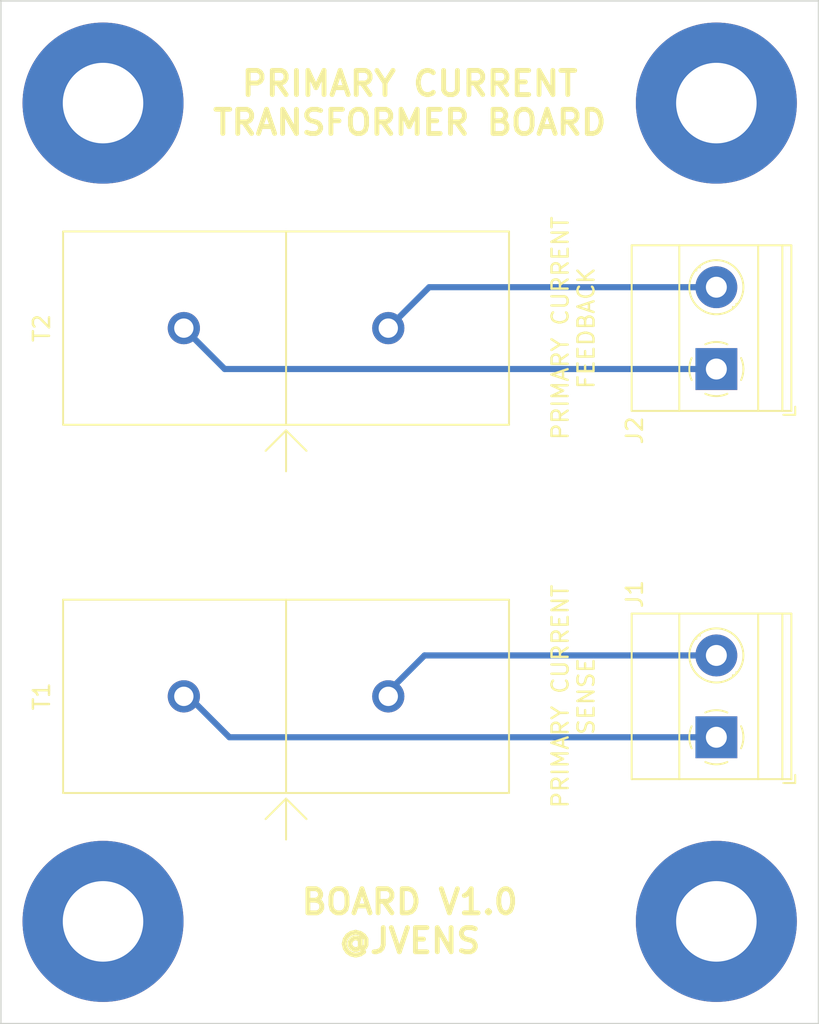
<source format=kicad_pcb>
(kicad_pcb (version 20171130) (host pcbnew "(5.1.4)-1")

  (general
    (thickness 1.6)
    (drawings 10)
    (tracks 8)
    (zones 0)
    (modules 8)
    (nets 5)
  )

  (page A4)
  (layers
    (0 F.Cu signal)
    (31 B.Cu signal)
    (32 B.Adhes user)
    (33 F.Adhes user)
    (34 B.Paste user)
    (35 F.Paste user)
    (36 B.SilkS user)
    (37 F.SilkS user)
    (38 B.Mask user)
    (39 F.Mask user)
    (40 Dwgs.User user)
    (41 Cmts.User user)
    (42 Eco1.User user)
    (43 Eco2.User user)
    (44 Edge.Cuts user)
    (45 Margin user)
    (46 B.CrtYd user)
    (47 F.CrtYd user)
    (48 B.Fab user hide)
    (49 F.Fab user hide)
  )

  (setup
    (last_trace_width 0.381)
    (trace_clearance 0.381)
    (zone_clearance 0.508)
    (zone_45_only no)
    (trace_min 0.2)
    (via_size 0.8)
    (via_drill 0.4)
    (via_min_size 0.4)
    (via_min_drill 0.3)
    (uvia_size 0.3)
    (uvia_drill 0.1)
    (uvias_allowed no)
    (uvia_min_size 0.2)
    (uvia_min_drill 0.1)
    (edge_width 0.05)
    (segment_width 0.2)
    (pcb_text_width 0.3)
    (pcb_text_size 1.5 1.5)
    (mod_edge_width 0.12)
    (mod_text_size 1 1)
    (mod_text_width 0.15)
    (pad_size 1.524 1.524)
    (pad_drill 0.762)
    (pad_to_mask_clearance 0.051)
    (solder_mask_min_width 0.25)
    (aux_axis_origin 0 0)
    (visible_elements FFFFFF7F)
    (pcbplotparams
      (layerselection 0x010fc_ffffffff)
      (usegerberextensions false)
      (usegerberattributes false)
      (usegerberadvancedattributes false)
      (creategerberjobfile false)
      (excludeedgelayer true)
      (linewidth 0.100000)
      (plotframeref false)
      (viasonmask false)
      (mode 1)
      (useauxorigin false)
      (hpglpennumber 1)
      (hpglpenspeed 20)
      (hpglpendiameter 15.000000)
      (psnegative false)
      (psa4output false)
      (plotreference true)
      (plotvalue true)
      (plotinvisibletext false)
      (padsonsilk false)
      (subtractmaskfromsilk false)
      (outputformat 1)
      (mirror false)
      (drillshape 1)
      (scaleselection 1)
      (outputdirectory ""))
  )

  (net 0 "")
  (net 1 "Net-(J1-Pad1)")
  (net 2 "Net-(J1-Pad2)")
  (net 3 "Net-(J2-Pad2)")
  (net 4 "Net-(J2-Pad1)")

  (net_class Default "This is the default net class."
    (clearance 0.381)
    (trace_width 0.381)
    (via_dia 0.8)
    (via_drill 0.4)
    (uvia_dia 0.3)
    (uvia_drill 0.1)
    (add_net "Net-(J1-Pad1)")
    (add_net "Net-(J1-Pad2)")
    (add_net "Net-(J2-Pad1)")
    (add_net "Net-(J2-Pad2)")
  )

  (module TerminalBlock_Phoenix:TerminalBlock_Phoenix_MKDS-1,5-2-5.08_1x02_P5.08mm_Horizontal (layer F.Cu) (tedit 5B294EBC) (tstamp 5D6389D3)
    (at 165.1 100.33 90)
    (descr "Terminal Block Phoenix MKDS-1,5-2-5.08, 2 pins, pitch 5.08mm, size 10.2x9.8mm^2, drill diamater 1.3mm, pad diameter 2.6mm, see http://www.farnell.com/datasheets/100425.pdf, script-generated using https://github.com/pointhi/kicad-footprint-generator/scripts/TerminalBlock_Phoenix")
    (tags "THT Terminal Block Phoenix MKDS-1,5-2-5.08 pitch 5.08mm size 10.2x9.8mm^2 drill 1.3mm pad 2.6mm")
    (path /5D6594C1)
    (fp_text reference J1 (at 8.89 -5.08 90) (layer F.SilkS)
      (effects (font (size 1 1) (thickness 0.15)))
    )
    (fp_text value Screw_Terminal_01x02 (at 2.54 5.66 90) (layer F.Fab)
      (effects (font (size 1 1) (thickness 0.15)))
    )
    (fp_arc (start 0 0) (end 0 1.68) (angle -24) (layer F.SilkS) (width 0.12))
    (fp_arc (start 0 0) (end 1.535 0.684) (angle -48) (layer F.SilkS) (width 0.12))
    (fp_arc (start 0 0) (end 0.684 -1.535) (angle -48) (layer F.SilkS) (width 0.12))
    (fp_arc (start 0 0) (end -1.535 -0.684) (angle -48) (layer F.SilkS) (width 0.12))
    (fp_arc (start 0 0) (end -0.684 1.535) (angle -25) (layer F.SilkS) (width 0.12))
    (fp_circle (center 0 0) (end 1.5 0) (layer F.Fab) (width 0.1))
    (fp_circle (center 5.08 0) (end 6.58 0) (layer F.Fab) (width 0.1))
    (fp_circle (center 5.08 0) (end 6.76 0) (layer F.SilkS) (width 0.12))
    (fp_line (start -2.54 -5.2) (end 7.62 -5.2) (layer F.Fab) (width 0.1))
    (fp_line (start 7.62 -5.2) (end 7.62 4.6) (layer F.Fab) (width 0.1))
    (fp_line (start 7.62 4.6) (end -2.04 4.6) (layer F.Fab) (width 0.1))
    (fp_line (start -2.04 4.6) (end -2.54 4.1) (layer F.Fab) (width 0.1))
    (fp_line (start -2.54 4.1) (end -2.54 -5.2) (layer F.Fab) (width 0.1))
    (fp_line (start -2.54 4.1) (end 7.62 4.1) (layer F.Fab) (width 0.1))
    (fp_line (start -2.6 4.1) (end 7.68 4.1) (layer F.SilkS) (width 0.12))
    (fp_line (start -2.54 2.6) (end 7.62 2.6) (layer F.Fab) (width 0.1))
    (fp_line (start -2.6 2.6) (end 7.68 2.6) (layer F.SilkS) (width 0.12))
    (fp_line (start -2.54 -2.3) (end 7.62 -2.3) (layer F.Fab) (width 0.1))
    (fp_line (start -2.6 -2.301) (end 7.68 -2.301) (layer F.SilkS) (width 0.12))
    (fp_line (start -2.6 -5.261) (end 7.68 -5.261) (layer F.SilkS) (width 0.12))
    (fp_line (start -2.6 4.66) (end 7.68 4.66) (layer F.SilkS) (width 0.12))
    (fp_line (start -2.6 -5.261) (end -2.6 4.66) (layer F.SilkS) (width 0.12))
    (fp_line (start 7.68 -5.261) (end 7.68 4.66) (layer F.SilkS) (width 0.12))
    (fp_line (start 1.138 -0.955) (end -0.955 1.138) (layer F.Fab) (width 0.1))
    (fp_line (start 0.955 -1.138) (end -1.138 0.955) (layer F.Fab) (width 0.1))
    (fp_line (start 6.218 -0.955) (end 4.126 1.138) (layer F.Fab) (width 0.1))
    (fp_line (start 6.035 -1.138) (end 3.943 0.955) (layer F.Fab) (width 0.1))
    (fp_line (start 6.355 -1.069) (end 6.308 -1.023) (layer F.SilkS) (width 0.12))
    (fp_line (start 4.046 1.239) (end 4.011 1.274) (layer F.SilkS) (width 0.12))
    (fp_line (start 6.15 -1.275) (end 6.115 -1.239) (layer F.SilkS) (width 0.12))
    (fp_line (start 3.853 1.023) (end 3.806 1.069) (layer F.SilkS) (width 0.12))
    (fp_line (start -2.84 4.16) (end -2.84 4.9) (layer F.SilkS) (width 0.12))
    (fp_line (start -2.84 4.9) (end -2.34 4.9) (layer F.SilkS) (width 0.12))
    (fp_line (start -3.04 -5.71) (end -3.04 5.1) (layer F.CrtYd) (width 0.05))
    (fp_line (start -3.04 5.1) (end 8.13 5.1) (layer F.CrtYd) (width 0.05))
    (fp_line (start 8.13 5.1) (end 8.13 -5.71) (layer F.CrtYd) (width 0.05))
    (fp_line (start 8.13 -5.71) (end -3.04 -5.71) (layer F.CrtYd) (width 0.05))
    (fp_text user %R (at 2.54 3.2 90) (layer F.Fab)
      (effects (font (size 1 1) (thickness 0.15)))
    )
    (pad 1 thru_hole rect (at 0 0 90) (size 2.6 2.6) (drill 1.3) (layers *.Cu *.Mask)
      (net 1 "Net-(J1-Pad1)"))
    (pad 2 thru_hole circle (at 5.08 0 90) (size 2.6 2.6) (drill 1.3) (layers *.Cu *.Mask)
      (net 2 "Net-(J1-Pad2)"))
    (model ${KISYS3DMOD}/TerminalBlock_Phoenix.3dshapes/TerminalBlock_Phoenix_MKDS-1,5-2-5.08_1x02_P5.08mm_Horizontal.wrl
      (at (xyz 0 0 0))
      (scale (xyz 1 1 1))
      (rotate (xyz 0 0 0))
    )
  )

  (module TerminalBlock_Phoenix:TerminalBlock_Phoenix_MKDS-1,5-2-5.08_1x02_P5.08mm_Horizontal (layer F.Cu) (tedit 5B294EBC) (tstamp 5D6389FF)
    (at 165.1 77.47 90)
    (descr "Terminal Block Phoenix MKDS-1,5-2-5.08, 2 pins, pitch 5.08mm, size 10.2x9.8mm^2, drill diamater 1.3mm, pad diameter 2.6mm, see http://www.farnell.com/datasheets/100425.pdf, script-generated using https://github.com/pointhi/kicad-footprint-generator/scripts/TerminalBlock_Phoenix")
    (tags "THT Terminal Block Phoenix MKDS-1,5-2-5.08 pitch 5.08mm size 10.2x9.8mm^2 drill 1.3mm pad 2.6mm")
    (path /5D65A423)
    (fp_text reference J2 (at -3.81 -5.08 90) (layer F.SilkS)
      (effects (font (size 1 1) (thickness 0.15)))
    )
    (fp_text value Screw_Terminal_01x02 (at 2.54 5.66 90) (layer F.Fab)
      (effects (font (size 1 1) (thickness 0.15)))
    )
    (fp_text user %R (at 2.54 3.2 90) (layer F.Fab)
      (effects (font (size 1 1) (thickness 0.15)))
    )
    (fp_line (start 8.13 -5.71) (end -3.04 -5.71) (layer F.CrtYd) (width 0.05))
    (fp_line (start 8.13 5.1) (end 8.13 -5.71) (layer F.CrtYd) (width 0.05))
    (fp_line (start -3.04 5.1) (end 8.13 5.1) (layer F.CrtYd) (width 0.05))
    (fp_line (start -3.04 -5.71) (end -3.04 5.1) (layer F.CrtYd) (width 0.05))
    (fp_line (start -2.84 4.9) (end -2.34 4.9) (layer F.SilkS) (width 0.12))
    (fp_line (start -2.84 4.16) (end -2.84 4.9) (layer F.SilkS) (width 0.12))
    (fp_line (start 3.853 1.023) (end 3.806 1.069) (layer F.SilkS) (width 0.12))
    (fp_line (start 6.15 -1.275) (end 6.115 -1.239) (layer F.SilkS) (width 0.12))
    (fp_line (start 4.046 1.239) (end 4.011 1.274) (layer F.SilkS) (width 0.12))
    (fp_line (start 6.355 -1.069) (end 6.308 -1.023) (layer F.SilkS) (width 0.12))
    (fp_line (start 6.035 -1.138) (end 3.943 0.955) (layer F.Fab) (width 0.1))
    (fp_line (start 6.218 -0.955) (end 4.126 1.138) (layer F.Fab) (width 0.1))
    (fp_line (start 0.955 -1.138) (end -1.138 0.955) (layer F.Fab) (width 0.1))
    (fp_line (start 1.138 -0.955) (end -0.955 1.138) (layer F.Fab) (width 0.1))
    (fp_line (start 7.68 -5.261) (end 7.68 4.66) (layer F.SilkS) (width 0.12))
    (fp_line (start -2.6 -5.261) (end -2.6 4.66) (layer F.SilkS) (width 0.12))
    (fp_line (start -2.6 4.66) (end 7.68 4.66) (layer F.SilkS) (width 0.12))
    (fp_line (start -2.6 -5.261) (end 7.68 -5.261) (layer F.SilkS) (width 0.12))
    (fp_line (start -2.6 -2.301) (end 7.68 -2.301) (layer F.SilkS) (width 0.12))
    (fp_line (start -2.54 -2.3) (end 7.62 -2.3) (layer F.Fab) (width 0.1))
    (fp_line (start -2.6 2.6) (end 7.68 2.6) (layer F.SilkS) (width 0.12))
    (fp_line (start -2.54 2.6) (end 7.62 2.6) (layer F.Fab) (width 0.1))
    (fp_line (start -2.6 4.1) (end 7.68 4.1) (layer F.SilkS) (width 0.12))
    (fp_line (start -2.54 4.1) (end 7.62 4.1) (layer F.Fab) (width 0.1))
    (fp_line (start -2.54 4.1) (end -2.54 -5.2) (layer F.Fab) (width 0.1))
    (fp_line (start -2.04 4.6) (end -2.54 4.1) (layer F.Fab) (width 0.1))
    (fp_line (start 7.62 4.6) (end -2.04 4.6) (layer F.Fab) (width 0.1))
    (fp_line (start 7.62 -5.2) (end 7.62 4.6) (layer F.Fab) (width 0.1))
    (fp_line (start -2.54 -5.2) (end 7.62 -5.2) (layer F.Fab) (width 0.1))
    (fp_circle (center 5.08 0) (end 6.76 0) (layer F.SilkS) (width 0.12))
    (fp_circle (center 5.08 0) (end 6.58 0) (layer F.Fab) (width 0.1))
    (fp_circle (center 0 0) (end 1.5 0) (layer F.Fab) (width 0.1))
    (fp_arc (start 0 0) (end -0.684 1.535) (angle -25) (layer F.SilkS) (width 0.12))
    (fp_arc (start 0 0) (end -1.535 -0.684) (angle -48) (layer F.SilkS) (width 0.12))
    (fp_arc (start 0 0) (end 0.684 -1.535) (angle -48) (layer F.SilkS) (width 0.12))
    (fp_arc (start 0 0) (end 1.535 0.684) (angle -48) (layer F.SilkS) (width 0.12))
    (fp_arc (start 0 0) (end 0 1.68) (angle -24) (layer F.SilkS) (width 0.12))
    (pad 2 thru_hole circle (at 5.08 0 90) (size 2.6 2.6) (drill 1.3) (layers *.Cu *.Mask)
      (net 3 "Net-(J2-Pad2)"))
    (pad 1 thru_hole rect (at 0 0 90) (size 2.6 2.6) (drill 1.3) (layers *.Cu *.Mask)
      (net 4 "Net-(J2-Pad1)"))
    (model ${KISYS3DMOD}/TerminalBlock_Phoenix.3dshapes/TerminalBlock_Phoenix_MKDS-1,5-2-5.08_1x02_P5.08mm_Horizontal.wrl
      (at (xyz 0 0 0))
      (scale (xyz 1 1 1))
      (rotate (xyz 0 0 0))
    )
  )

  (module Library:CST206-1A (layer F.Cu) (tedit 5D633578) (tstamp 5D638A11)
    (at 138.370001 97.79)
    (path /5D6569EA)
    (fp_text reference T1 (at -15.180001 0 90) (layer F.SilkS)
      (effects (font (size 1 1) (thickness 0.15)))
    )
    (fp_text value CST206-1A (at 8.949999 -7) (layer F.Fab)
      (effects (font (size 1 1) (thickness 0.15)))
    )
    (fp_line (start -13.85 -6) (end 13.85 -6) (layer F.SilkS) (width 0.12))
    (fp_line (start 13.85 -6) (end 13.85 6) (layer F.SilkS) (width 0.12))
    (fp_line (start 13.85 6) (end -13.85 6) (layer F.SilkS) (width 0.12))
    (fp_line (start -13.85 6) (end -13.85 -6) (layer F.SilkS) (width 0.12))
    (fp_line (start 0 -6) (end 0 6) (layer F.SilkS) (width 0.12))
    (fp_line (start -7.6 -1.25) (end 7.6 -1.25) (layer F.CrtYd) (width 0.05))
    (fp_line (start 7.6 -1.25) (end 7.6 1.25) (layer F.CrtYd) (width 0.05))
    (fp_line (start 7.6 1.25) (end -7.6 1.25) (layer F.CrtYd) (width 0.05))
    (fp_line (start -7.6 1.25) (end -7.6 -1.25) (layer F.CrtYd) (width 0.05))
    (fp_line (start 0 6.35) (end -1.27 7.62) (layer F.SilkS) (width 0.12))
    (fp_line (start 0 8.89) (end 0 6.35) (layer F.SilkS) (width 0.12))
    (fp_line (start 0 6.35) (end 1.27 7.62) (layer F.SilkS) (width 0.12))
    (pad 1 thru_hole circle (at -6.35 0) (size 2 2) (drill 1.2) (layers *.Cu *.Mask)
      (net 1 "Net-(J1-Pad1)"))
    (pad 2 thru_hole circle (at 6.35 0) (size 2 2) (drill 1.2) (layers *.Cu *.Mask)
      (net 2 "Net-(J1-Pad2)"))
  )

  (module Library:CST206-1A (layer F.Cu) (tedit 5D633578) (tstamp 5D638A23)
    (at 138.370001 74.93)
    (path /5D6585F6)
    (fp_text reference T2 (at -15.180001 0 90) (layer F.SilkS)
      (effects (font (size 1 1) (thickness 0.15)))
    )
    (fp_text value CST206-1A (at 8.949999 -6.830001) (layer F.Fab)
      (effects (font (size 1 1) (thickness 0.15)))
    )
    (fp_line (start 0 6.35) (end 1.27 7.62) (layer F.SilkS) (width 0.12))
    (fp_line (start 0 8.89) (end 0 6.35) (layer F.SilkS) (width 0.12))
    (fp_line (start 0 6.35) (end -1.27 7.62) (layer F.SilkS) (width 0.12))
    (fp_line (start -7.6 1.25) (end -7.6 -1.25) (layer F.CrtYd) (width 0.05))
    (fp_line (start 7.6 1.25) (end -7.6 1.25) (layer F.CrtYd) (width 0.05))
    (fp_line (start 7.6 -1.25) (end 7.6 1.25) (layer F.CrtYd) (width 0.05))
    (fp_line (start -7.6 -1.25) (end 7.6 -1.25) (layer F.CrtYd) (width 0.05))
    (fp_line (start 0 -6) (end 0 6) (layer F.SilkS) (width 0.12))
    (fp_line (start -13.85 6) (end -13.85 -6) (layer F.SilkS) (width 0.12))
    (fp_line (start 13.85 6) (end -13.85 6) (layer F.SilkS) (width 0.12))
    (fp_line (start 13.85 -6) (end 13.85 6) (layer F.SilkS) (width 0.12))
    (fp_line (start -13.85 -6) (end 13.85 -6) (layer F.SilkS) (width 0.12))
    (pad 2 thru_hole circle (at 6.35 0) (size 2 2) (drill 1.2) (layers *.Cu *.Mask)
      (net 3 "Net-(J2-Pad2)"))
    (pad 1 thru_hole circle (at -6.35 0) (size 2 2) (drill 1.2) (layers *.Cu *.Mask)
      (net 4 "Net-(J2-Pad1)"))
  )

  (module MountingHole:MountingHole_5mm_Pad (layer F.Cu) (tedit 56D1B4CB) (tstamp 5D6391E3)
    (at 127 60.96 90)
    (descr "Mounting Hole 5mm")
    (tags "mounting hole 5mm")
    (path /5D660BA9)
    (attr virtual)
    (fp_text reference H1 (at 0 -6 90) (layer F.SilkS) hide
      (effects (font (size 1 1) (thickness 0.15)))
    )
    (fp_text value MountingHole (at 0 6 90) (layer F.Fab)
      (effects (font (size 1 1) (thickness 0.15)))
    )
    (fp_text user %R (at 0 0 90) (layer F.Fab)
      (effects (font (size 1 1) (thickness 0.15)))
    )
    (fp_circle (center 0 0) (end 5 0) (layer Cmts.User) (width 0.15))
    (fp_circle (center 0 0) (end 5.25 0) (layer F.CrtYd) (width 0.05))
    (pad 1 thru_hole circle (at 0 0 90) (size 10 10) (drill 5) (layers *.Cu *.Mask))
  )

  (module MountingHole:MountingHole_5mm_Pad (layer F.Cu) (tedit 56D1B4CB) (tstamp 5D6391EB)
    (at 127 111.76 90)
    (descr "Mounting Hole 5mm")
    (tags "mounting hole 5mm")
    (path /5D661F59)
    (attr virtual)
    (fp_text reference H2 (at 0 -6 90) (layer F.SilkS) hide
      (effects (font (size 1 1) (thickness 0.15)))
    )
    (fp_text value MountingHole (at 0 6 90) (layer F.Fab)
      (effects (font (size 1 1) (thickness 0.15)))
    )
    (fp_circle (center 0 0) (end 5.25 0) (layer F.CrtYd) (width 0.05))
    (fp_circle (center 0 0) (end 5 0) (layer Cmts.User) (width 0.15))
    (fp_text user %R (at 0.3 0 90) (layer F.Fab)
      (effects (font (size 1 1) (thickness 0.15)))
    )
    (pad 1 thru_hole circle (at 0 0 90) (size 10 10) (drill 5) (layers *.Cu *.Mask))
  )

  (module MountingHole:MountingHole_5mm_Pad (layer F.Cu) (tedit 56D1B4CB) (tstamp 5D6391F3)
    (at 165.1 60.96 90)
    (descr "Mounting Hole 5mm")
    (tags "mounting hole 5mm")
    (path /5D662297)
    (attr virtual)
    (fp_text reference H3 (at 0 -6 90) (layer F.SilkS) hide
      (effects (font (size 1 1) (thickness 0.15)))
    )
    (fp_text value MountingHole (at 0 6 90) (layer F.Fab)
      (effects (font (size 1 1) (thickness 0.15)))
    )
    (fp_text user %R (at 0.3 0 90) (layer F.Fab)
      (effects (font (size 1 1) (thickness 0.15)))
    )
    (fp_circle (center 0 0) (end 5 0) (layer Cmts.User) (width 0.15))
    (fp_circle (center 0 0) (end 5.25 0) (layer F.CrtYd) (width 0.05))
    (pad 1 thru_hole circle (at 0 0 90) (size 10 10) (drill 5) (layers *.Cu *.Mask))
  )

  (module MountingHole:MountingHole_5mm_Pad (layer F.Cu) (tedit 56D1B4CB) (tstamp 5D6391FB)
    (at 165.1 111.76 90)
    (descr "Mounting Hole 5mm")
    (tags "mounting hole 5mm")
    (path /5D66245E)
    (attr virtual)
    (fp_text reference H4 (at 0 -6 90) (layer F.SilkS) hide
      (effects (font (size 1 1) (thickness 0.15)))
    )
    (fp_text value MountingHole (at 0 6 90) (layer F.Fab)
      (effects (font (size 1 1) (thickness 0.15)))
    )
    (fp_circle (center 0 0) (end 5.25 0) (layer F.CrtYd) (width 0.05))
    (fp_circle (center 0 0) (end 5 0) (layer Cmts.User) (width 0.15))
    (fp_text user %R (at 0.3 0 90) (layer F.Fab)
      (effects (font (size 1 1) (thickness 0.15)))
    )
    (pad 1 thru_hole circle (at 0 0 90) (size 10 10) (drill 5) (layers *.Cu *.Mask))
  )

  (gr_text "BOARD V1.0\n@JVENS" (at 146.05 111.76) (layer F.SilkS)
    (effects (font (size 1.5 1.5) (thickness 0.3)))
  )
  (gr_text "PRIMARY CURRENT\nTRANSFORMER BOARD" (at 146.05 60.96) (layer F.SilkS)
    (effects (font (size 1.5 1.5) (thickness 0.3)))
  )
  (gr_text "PRIMARY CURRENT\nFEEDBACK" (at 156.21 74.93 90) (layer F.SilkS)
    (effects (font (size 1 1) (thickness 0.15)))
  )
  (gr_text "PRIMARY CURRENT\nSENSE" (at 156.21 97.79 90) (layer F.SilkS)
    (effects (font (size 1 1) (thickness 0.15)))
  )
  (gr_line (start 120.65 118.11) (end 120.65 54.61) (layer Edge.Cuts) (width 0.1))
  (gr_line (start 120.65 113.03) (end 120.65 114.3) (layer Edge.Cuts) (width 0.1))
  (gr_line (start 120.65 114.3) (end 120.65 113.03) (layer Edge.Cuts) (width 0.1))
  (gr_line (start 171.45 118.11) (end 120.65 118.11) (layer Edge.Cuts) (width 0.1))
  (gr_line (start 171.45 54.61) (end 171.45 118.11) (layer Edge.Cuts) (width 0.1))
  (gr_line (start 120.65 54.61) (end 171.45 54.61) (layer Edge.Cuts) (width 0.1))

  (segment (start 134.85 100.33) (end 165.1 100.33) (width 0.381) (layer B.Cu) (net 1))
  (segment (start 132.020001 97.500001) (end 134.85 100.33) (width 0.381) (layer B.Cu) (net 1))
  (segment (start 146.970002 95.25) (end 165.1 95.25) (width 0.381) (layer B.Cu) (net 2))
  (segment (start 144.720001 97.500001) (end 146.970002 95.25) (width 0.381) (layer B.Cu) (net 2))
  (segment (start 147.260001 72.39) (end 165.1 72.39) (width 0.381) (layer B.Cu) (net 3))
  (segment (start 144.720001 74.93) (end 147.260001 72.39) (width 0.381) (layer B.Cu) (net 3))
  (segment (start 134.560001 77.47) (end 165.1 77.47) (width 0.381) (layer B.Cu) (net 4))
  (segment (start 132.020001 74.93) (end 134.560001 77.47) (width 0.381) (layer B.Cu) (net 4))

)

</source>
